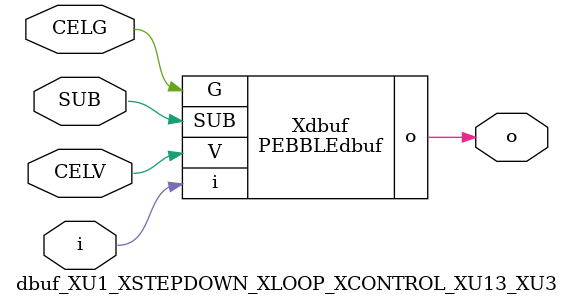
<source format=v>



module PEBBLEdbuf ( o, G, SUB, V, i );

  input V;
  input i;
  input G;
  output o;
  input SUB;
endmodule

//Celera Confidential Do Not Copy dbuf_XU1_XSTEPDOWN_XLOOP_XCONTROL_XU13_XU3
//Celera Confidential Symbol Generator
//Digital Buffer
module dbuf_XU1_XSTEPDOWN_XLOOP_XCONTROL_XU13_XU3 (CELV,CELG,i,o,SUB);
input CELV;
input CELG;
input i;
input SUB;
output o;

//Celera Confidential Do Not Copy dbuf
PEBBLEdbuf Xdbuf(
.V (CELV),
.i (i),
.o (o),
.SUB (SUB),
.G (CELG)
);
//,diesize,PEBBLEdbuf

//Celera Confidential Do Not Copy Module End
//Celera Schematic Generator
endmodule

</source>
